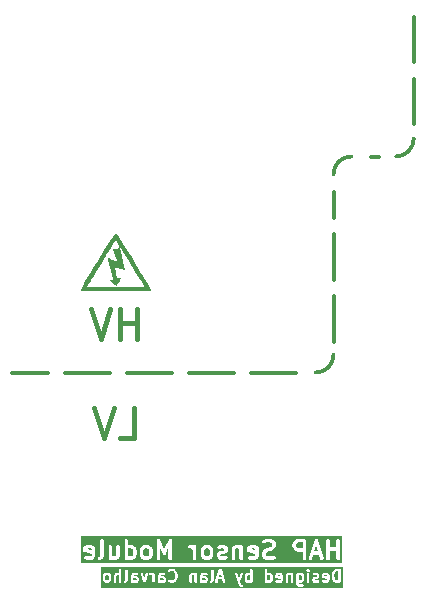
<source format=gbo>
G04 #@! TF.GenerationSoftware,KiCad,Pcbnew,7.0.8*
G04 #@! TF.CreationDate,2024-06-27T14:34:40-03:00*
G04 #@! TF.ProjectId,sensor_module,73656e73-6f72-45f6-9d6f-64756c652e6b,1.0*
G04 #@! TF.SameCoordinates,Original*
G04 #@! TF.FileFunction,Legend,Bot*
G04 #@! TF.FilePolarity,Positive*
%FSLAX46Y46*%
G04 Gerber Fmt 4.6, Leading zero omitted, Abs format (unit mm)*
G04 Created by KiCad (PCBNEW 7.0.8) date 2024-06-27 14:34:40*
%MOMM*%
%LPD*%
G01*
G04 APERTURE LIST*
G04 Aperture macros list*
%AMRoundRect*
0 Rectangle with rounded corners*
0 $1 Rounding radius*
0 $2 $3 $4 $5 $6 $7 $8 $9 X,Y pos of 4 corners*
0 Add a 4 corners polygon primitive as box body*
4,1,4,$2,$3,$4,$5,$6,$7,$8,$9,$2,$3,0*
0 Add four circle primitives for the rounded corners*
1,1,$1+$1,$2,$3*
1,1,$1+$1,$4,$5*
1,1,$1+$1,$6,$7*
1,1,$1+$1,$8,$9*
0 Add four rect primitives between the rounded corners*
20,1,$1+$1,$2,$3,$4,$5,0*
20,1,$1+$1,$4,$5,$6,$7,0*
20,1,$1+$1,$6,$7,$8,$9,0*
20,1,$1+$1,$8,$9,$2,$3,0*%
G04 Aperture macros list end*
%ADD10C,0.350000*%
%ADD11C,0.400000*%
%ADD12C,0.200000*%
%ADD13C,0.300000*%
%ADD14C,1.500000*%
%ADD15C,2.500000*%
%ADD16RoundRect,0.102000X-0.611000X-0.611000X0.611000X-0.611000X0.611000X0.611000X-0.611000X0.611000X0*%
%ADD17C,1.426000*%
%ADD18R,2.000000X2.000000*%
%ADD19C,2.000000*%
%ADD20R,2.000000X2.300000*%
%ADD21C,2.300000*%
%ADD22R,1.700000X1.700000*%
%ADD23O,1.700000X1.700000*%
%ADD24R,2.600000X2.600000*%
%ADD25C,2.600000*%
%ADD26R,1.800000X1.800000*%
%ADD27C,1.800000*%
%ADD28C,1.524800*%
%ADD29RoundRect,0.102000X-0.825500X0.825500X-0.825500X-0.825500X0.825500X-0.825500X0.825500X0.825500X0*%
%ADD30C,1.855000*%
%ADD31C,2.400000*%
%ADD32R,1.500000X1.500000*%
G04 APERTURE END LIST*
D10*
X135890000Y-101549200D02*
X132040000Y-101549200D01*
X130640000Y-101549200D02*
X126790000Y-101549200D01*
X125390000Y-101549200D02*
X121540000Y-101549200D01*
X120140000Y-101549200D02*
X116290000Y-101549200D01*
X114890000Y-101549200D02*
X111861600Y-101549200D01*
X142875000Y-83253632D02*
X142240000Y-83253632D01*
X145854369Y-80518000D02*
X145854369Y-76668000D01*
X145854369Y-75268000D02*
X145854369Y-71418000D01*
X144354369Y-83253569D02*
G75*
G03*
X145854369Y-81753632I-69J1500069D01*
G01*
X140565000Y-83253600D02*
G75*
G03*
X139065000Y-84753632I100J-1500100D01*
G01*
X139065000Y-98933000D02*
X139065000Y-95083000D01*
X139065000Y-93683000D02*
X139065000Y-89833000D01*
X139065000Y-88433000D02*
X139065000Y-86233000D01*
X137565000Y-101549200D02*
G75*
G03*
X139065000Y-100049200I-100J1500100D01*
G01*
D11*
X120947618Y-107053747D02*
X122138094Y-107053747D01*
X122138094Y-107053747D02*
X122138094Y-104553747D01*
X120471427Y-104553747D02*
X119638094Y-107053747D01*
X119638094Y-107053747D02*
X118804761Y-104553747D01*
X122435713Y-98671747D02*
X122435713Y-96171747D01*
X122435713Y-97362223D02*
X121007142Y-97362223D01*
X121007142Y-98671747D02*
X121007142Y-96171747D01*
X120173808Y-96171747D02*
X119340475Y-98671747D01*
X119340475Y-98671747D02*
X118507142Y-96171747D01*
D12*
G36*
X136334612Y-118710358D02*
G01*
X136359281Y-118735026D01*
X136389086Y-118794636D01*
X136389086Y-119033136D01*
X136359281Y-119092744D01*
X136334612Y-119117414D01*
X136275003Y-119147220D01*
X136131741Y-119147220D01*
X136112896Y-119137797D01*
X136112896Y-118689975D01*
X136131741Y-118680553D01*
X136275003Y-118680553D01*
X136334612Y-118710358D01*
G37*
G36*
X120001275Y-118710358D02*
G01*
X120025944Y-118735026D01*
X120055749Y-118794636D01*
X120055749Y-119033136D01*
X120025944Y-119092744D01*
X120001275Y-119117414D01*
X119941666Y-119147220D01*
X119846023Y-119147220D01*
X119786413Y-119117415D01*
X119761746Y-119092747D01*
X119731940Y-119033135D01*
X119731940Y-118794636D01*
X119761745Y-118735026D01*
X119786413Y-118710357D01*
X119846023Y-118680553D01*
X119941666Y-118680553D01*
X120001275Y-118710358D01*
G37*
G36*
X122366928Y-118988422D02*
G01*
X122389083Y-119032731D01*
X122389083Y-119080755D01*
X122366928Y-119125064D01*
X122322619Y-119147220D01*
X122131738Y-119147220D01*
X122112893Y-119137797D01*
X122112893Y-118966267D01*
X122322619Y-118966267D01*
X122366928Y-118988422D01*
G37*
G36*
X124652643Y-118988422D02*
G01*
X124674798Y-119032731D01*
X124674798Y-119080755D01*
X124652643Y-119125064D01*
X124608334Y-119147220D01*
X124417453Y-119147220D01*
X124398608Y-119137797D01*
X124398608Y-118966267D01*
X124608334Y-118966267D01*
X124652643Y-118988422D01*
G37*
G36*
X128224072Y-118988422D02*
G01*
X128246227Y-119032731D01*
X128246227Y-119080755D01*
X128224072Y-119125064D01*
X128179763Y-119147220D01*
X127988882Y-119147220D01*
X127970037Y-119137797D01*
X127970037Y-118966267D01*
X128179763Y-118966267D01*
X128224072Y-118988422D01*
G37*
G36*
X132008133Y-118689975D02*
G01*
X132008133Y-119137797D01*
X131989288Y-119147220D01*
X131846026Y-119147220D01*
X131786416Y-119117415D01*
X131761749Y-119092747D01*
X131731943Y-119033135D01*
X131731943Y-118794636D01*
X131761748Y-118735026D01*
X131786416Y-118710357D01*
X131846026Y-118680553D01*
X131989288Y-118680553D01*
X132008133Y-118689975D01*
G37*
G36*
X133667945Y-118710358D02*
G01*
X133692614Y-118735026D01*
X133722419Y-118794636D01*
X133722419Y-119033136D01*
X133692614Y-119092744D01*
X133667945Y-119117414D01*
X133608336Y-119147220D01*
X133465074Y-119147220D01*
X133446229Y-119137797D01*
X133446229Y-118689975D01*
X133465074Y-118680553D01*
X133608336Y-118680553D01*
X133667945Y-118710358D01*
G37*
G36*
X134557407Y-118702708D02*
G01*
X134579562Y-118747017D01*
X134579562Y-118791905D01*
X134308076Y-118737608D01*
X134325527Y-118702707D01*
X134369836Y-118680553D01*
X134513098Y-118680553D01*
X134557407Y-118702708D01*
G37*
G36*
X138509788Y-118702708D02*
G01*
X138531943Y-118747017D01*
X138531943Y-118791905D01*
X138260457Y-118737608D01*
X138277908Y-118702707D01*
X138322217Y-118680553D01*
X138465479Y-118680553D01*
X138509788Y-118702708D01*
G37*
G36*
X139484324Y-119147220D02*
G01*
X139362455Y-119147220D01*
X139257390Y-119112198D01*
X139190320Y-119045128D01*
X139154866Y-118974219D01*
X139112896Y-118806338D01*
X139112896Y-118688101D01*
X139154866Y-118520219D01*
X139190319Y-118449313D01*
X139257391Y-118382241D01*
X139362455Y-118347220D01*
X139484324Y-118347220D01*
X139484324Y-119147220D01*
G37*
G36*
X129588438Y-118861505D02*
G01*
X129389733Y-118861505D01*
X129489085Y-118563447D01*
X129588438Y-118861505D01*
G37*
G36*
X139827181Y-119823410D02*
G01*
X119389083Y-119823410D01*
X119389083Y-119056743D01*
X119531940Y-119056743D01*
X119539063Y-119078666D01*
X119542497Y-119101464D01*
X119590116Y-119196702D01*
X119601489Y-119208249D01*
X119608848Y-119222691D01*
X119656466Y-119270311D01*
X119670909Y-119277670D01*
X119682457Y-119289044D01*
X119777694Y-119336663D01*
X119800492Y-119340096D01*
X119822416Y-119347220D01*
X119965273Y-119347220D01*
X119987196Y-119340096D01*
X120009994Y-119336663D01*
X120105232Y-119289044D01*
X120116780Y-119277669D01*
X120131222Y-119270311D01*
X120154313Y-119247220D01*
X120484321Y-119247220D01*
X120503419Y-119305999D01*
X120553419Y-119342326D01*
X120615223Y-119342326D01*
X120665223Y-119305999D01*
X120684321Y-119247220D01*
X120684321Y-118747017D01*
X120706476Y-118702707D01*
X120750785Y-118680553D01*
X120846428Y-118680553D01*
X120906037Y-118710358D01*
X120912892Y-118717212D01*
X120912892Y-119247220D01*
X120931990Y-119305999D01*
X120981990Y-119342326D01*
X121043794Y-119342326D01*
X121093794Y-119305999D01*
X121108053Y-119262113D01*
X121294960Y-119262113D01*
X121322599Y-119317392D01*
X121377452Y-119345868D01*
X121438566Y-119336663D01*
X121533804Y-119289044D01*
X121534370Y-119288485D01*
X121535158Y-119288355D01*
X121556351Y-119266836D01*
X121576268Y-119247220D01*
X121912893Y-119247220D01*
X121931991Y-119305999D01*
X121981991Y-119342326D01*
X122043795Y-119342326D01*
X122056407Y-119333162D01*
X122063409Y-119336663D01*
X122086207Y-119340096D01*
X122108131Y-119347220D01*
X122346226Y-119347220D01*
X122368149Y-119340096D01*
X122390947Y-119336663D01*
X122486185Y-119289044D01*
X122486751Y-119288485D01*
X122487539Y-119288355D01*
X122508732Y-119266836D01*
X122530218Y-119245675D01*
X122530348Y-119244888D01*
X122530907Y-119244322D01*
X122578526Y-119149083D01*
X122581959Y-119126285D01*
X122589083Y-119104362D01*
X122589083Y-119009124D01*
X122581959Y-118987200D01*
X122578526Y-118964402D01*
X122530907Y-118869165D01*
X122530348Y-118868598D01*
X122530218Y-118867812D01*
X122508715Y-118846634D01*
X122487538Y-118825132D01*
X122486751Y-118825001D01*
X122486185Y-118824443D01*
X122390947Y-118776824D01*
X122368149Y-118773390D01*
X122346226Y-118766267D01*
X122131738Y-118766267D01*
X122112893Y-118756844D01*
X122112893Y-118747017D01*
X122135048Y-118702707D01*
X122179357Y-118680553D01*
X122322619Y-118680553D01*
X122396742Y-118717615D01*
X122457857Y-118726820D01*
X122512709Y-118698344D01*
X122540349Y-118643065D01*
X122530218Y-118582098D01*
X122500074Y-118552409D01*
X122726459Y-118552409D01*
X122728243Y-118614187D01*
X122966338Y-119280853D01*
X122983533Y-119303139D01*
X122999423Y-119326392D01*
X123002255Y-119327403D01*
X123004093Y-119329785D01*
X123031111Y-119337709D01*
X123057626Y-119347179D01*
X123060512Y-119346332D01*
X123063398Y-119347179D01*
X123089912Y-119337709D01*
X123116931Y-119329785D01*
X123118768Y-119327403D01*
X123121601Y-119326392D01*
X123137486Y-119303144D01*
X123154686Y-119280854D01*
X123392781Y-118614187D01*
X123392860Y-118611455D01*
X123441597Y-118611455D01*
X123477924Y-118661455D01*
X123536703Y-118680553D01*
X123608334Y-118680553D01*
X123667943Y-118710358D01*
X123692612Y-118735026D01*
X123722417Y-118794636D01*
X123722417Y-119247220D01*
X123741515Y-119305999D01*
X123791515Y-119342326D01*
X123853319Y-119342326D01*
X123903319Y-119305999D01*
X123922417Y-119247220D01*
X124198608Y-119247220D01*
X124217706Y-119305999D01*
X124267706Y-119342326D01*
X124329510Y-119342326D01*
X124342122Y-119333162D01*
X124349124Y-119336663D01*
X124371922Y-119340096D01*
X124393846Y-119347220D01*
X124631941Y-119347220D01*
X124653864Y-119340096D01*
X124676662Y-119336663D01*
X124771900Y-119289044D01*
X124772466Y-119288485D01*
X124773254Y-119288355D01*
X124794447Y-119266836D01*
X124815933Y-119245675D01*
X124816063Y-119244888D01*
X124816622Y-119244322D01*
X124854971Y-119167623D01*
X125056981Y-119167623D01*
X125085040Y-119222691D01*
X125132658Y-119270311D01*
X125153200Y-119280777D01*
X125171747Y-119294469D01*
X125314604Y-119342088D01*
X125330811Y-119342211D01*
X125346227Y-119347220D01*
X125441465Y-119347220D01*
X125456880Y-119342211D01*
X125473088Y-119342088D01*
X125615944Y-119294469D01*
X125634491Y-119280777D01*
X125655033Y-119270311D01*
X125678124Y-119247220D01*
X126865275Y-119247220D01*
X126884373Y-119305999D01*
X126934373Y-119342326D01*
X126996177Y-119342326D01*
X127046177Y-119305999D01*
X127065275Y-119247220D01*
X127065275Y-118747017D01*
X127087430Y-118702707D01*
X127131739Y-118680553D01*
X127227382Y-118680553D01*
X127286991Y-118710358D01*
X127293846Y-118717212D01*
X127293846Y-119247220D01*
X127312944Y-119305999D01*
X127362944Y-119342326D01*
X127424748Y-119342326D01*
X127474748Y-119305999D01*
X127493846Y-119247220D01*
X127770037Y-119247220D01*
X127789135Y-119305999D01*
X127839135Y-119342326D01*
X127900939Y-119342326D01*
X127913551Y-119333162D01*
X127920553Y-119336663D01*
X127943351Y-119340096D01*
X127965275Y-119347220D01*
X128203370Y-119347220D01*
X128225293Y-119340096D01*
X128248091Y-119336663D01*
X128343329Y-119289044D01*
X128343895Y-119288485D01*
X128344683Y-119288355D01*
X128365876Y-119266836D01*
X128370672Y-119262113D01*
X128580676Y-119262113D01*
X128608315Y-119317392D01*
X128663168Y-119345868D01*
X128724282Y-119336663D01*
X128819520Y-119289044D01*
X128820086Y-119288485D01*
X128820874Y-119288355D01*
X128831664Y-119277399D01*
X129060414Y-119277399D01*
X129096361Y-119327673D01*
X129154993Y-119347218D01*
X129213915Y-119328566D01*
X129250620Y-119278843D01*
X129323066Y-119061505D01*
X129655104Y-119061505D01*
X129727550Y-119278842D01*
X129764255Y-119328566D01*
X129823177Y-119347217D01*
X129881809Y-119327673D01*
X129917756Y-119277399D01*
X129917286Y-119215597D01*
X129696224Y-118552409D01*
X130726461Y-118552409D01*
X130728245Y-118614187D01*
X130966340Y-119280853D01*
X130967536Y-119282403D01*
X130967666Y-119284359D01*
X131062904Y-119522454D01*
X131075855Y-119537998D01*
X131085041Y-119556026D01*
X131132660Y-119603644D01*
X131147101Y-119611002D01*
X131158650Y-119622377D01*
X131253887Y-119669996D01*
X131315002Y-119679201D01*
X131369854Y-119650725D01*
X131397494Y-119595446D01*
X131387363Y-119534479D01*
X131343330Y-119491110D01*
X131262606Y-119450748D01*
X131240976Y-119429118D01*
X131225360Y-119390077D01*
X135912896Y-119390077D01*
X135920019Y-119412000D01*
X135923453Y-119434798D01*
X135971072Y-119530036D01*
X135982445Y-119541583D01*
X135989804Y-119556026D01*
X136037423Y-119603644D01*
X136051864Y-119611002D01*
X136063413Y-119622377D01*
X136158650Y-119669996D01*
X136181448Y-119673429D01*
X136203372Y-119680553D01*
X136346229Y-119680553D01*
X136368152Y-119673429D01*
X136390950Y-119669996D01*
X136486188Y-119622377D01*
X136530221Y-119579008D01*
X136540352Y-119518041D01*
X136512712Y-119462762D01*
X136457860Y-119434286D01*
X136396745Y-119443491D01*
X136322622Y-119480553D01*
X136226979Y-119480553D01*
X136167369Y-119450748D01*
X136142701Y-119426079D01*
X136112896Y-119366469D01*
X136112896Y-119347220D01*
X136298610Y-119347220D01*
X136320533Y-119340096D01*
X136343331Y-119336663D01*
X136438569Y-119289044D01*
X136450117Y-119277669D01*
X136464559Y-119270311D01*
X136487650Y-119247220D01*
X136817657Y-119247220D01*
X136836755Y-119305999D01*
X136886755Y-119342326D01*
X136948559Y-119342326D01*
X136998559Y-119305999D01*
X137017657Y-119247220D01*
X137017657Y-119104362D01*
X137246229Y-119104362D01*
X137253352Y-119126285D01*
X137256786Y-119149083D01*
X137304405Y-119244322D01*
X137304963Y-119244888D01*
X137305094Y-119245675D01*
X137326579Y-119266836D01*
X137347773Y-119288355D01*
X137348560Y-119288485D01*
X137349127Y-119289044D01*
X137444364Y-119336663D01*
X137467162Y-119340096D01*
X137489086Y-119347220D01*
X137679562Y-119347220D01*
X137701485Y-119340096D01*
X137724283Y-119336663D01*
X137819521Y-119289044D01*
X137863554Y-119245675D01*
X137873685Y-119184708D01*
X137846045Y-119129429D01*
X137791193Y-119100953D01*
X137730078Y-119110158D01*
X137655955Y-119147220D01*
X137512693Y-119147220D01*
X137468383Y-119125065D01*
X137446229Y-119080755D01*
X137446229Y-119080350D01*
X137468384Y-119036040D01*
X137512693Y-119013886D01*
X137631943Y-119013886D01*
X137653866Y-119006762D01*
X137676664Y-119003329D01*
X137771902Y-118955710D01*
X137772468Y-118955151D01*
X137773255Y-118955021D01*
X137794432Y-118933518D01*
X137815935Y-118912341D01*
X137816065Y-118911554D01*
X137816624Y-118910988D01*
X137862794Y-118818648D01*
X138055753Y-118818648D01*
X138057616Y-118824384D01*
X138056434Y-118830298D01*
X138067019Y-118853323D01*
X138074851Y-118877427D01*
X138079730Y-118880971D01*
X138082249Y-118886451D01*
X138104345Y-118898856D01*
X138124851Y-118913754D01*
X138130883Y-118913754D01*
X138136141Y-118916706D01*
X138531943Y-118995866D01*
X138531943Y-119080755D01*
X138509788Y-119125064D01*
X138465479Y-119147220D01*
X138322217Y-119147220D01*
X138248093Y-119110158D01*
X138186979Y-119100953D01*
X138132126Y-119129429D01*
X138104487Y-119184708D01*
X138114618Y-119245675D01*
X138158651Y-119289044D01*
X138253888Y-119336663D01*
X138276686Y-119340096D01*
X138298610Y-119347220D01*
X138489086Y-119347220D01*
X138511009Y-119340096D01*
X138533807Y-119336663D01*
X138629045Y-119289044D01*
X138629611Y-119288485D01*
X138630399Y-119288355D01*
X138651592Y-119266836D01*
X138673078Y-119245675D01*
X138673208Y-119244888D01*
X138673767Y-119244322D01*
X138721386Y-119149083D01*
X138724819Y-119126285D01*
X138731943Y-119104362D01*
X138731943Y-118818648D01*
X138912896Y-118818648D01*
X138916742Y-118830485D01*
X138915882Y-118842902D01*
X138963501Y-119033377D01*
X138969411Y-119042823D01*
X138971072Y-119053845D01*
X139018691Y-119149083D01*
X139030065Y-119160631D01*
X139037423Y-119175072D01*
X139132661Y-119270312D01*
X139153205Y-119280780D01*
X139171749Y-119294469D01*
X139314606Y-119342088D01*
X139330813Y-119342211D01*
X139346229Y-119347220D01*
X139584324Y-119347220D01*
X139599387Y-119342326D01*
X139615226Y-119342326D01*
X139628039Y-119333016D01*
X139643103Y-119328122D01*
X139652412Y-119315308D01*
X139665226Y-119305999D01*
X139670120Y-119290935D01*
X139679430Y-119278122D01*
X139679430Y-119262282D01*
X139684324Y-119247220D01*
X139684324Y-118247220D01*
X139679430Y-118232157D01*
X139679430Y-118216318D01*
X139670120Y-118203504D01*
X139665226Y-118188441D01*
X139652412Y-118179131D01*
X139643103Y-118166318D01*
X139628039Y-118161423D01*
X139615226Y-118152114D01*
X139599387Y-118152114D01*
X139584324Y-118147220D01*
X139346229Y-118147220D01*
X139330813Y-118152228D01*
X139314606Y-118152352D01*
X139171749Y-118199971D01*
X139153202Y-118213661D01*
X139132661Y-118224128D01*
X139037423Y-118319366D01*
X139030064Y-118333808D01*
X139018691Y-118345356D01*
X138971072Y-118440594D01*
X138969411Y-118451615D01*
X138963501Y-118461062D01*
X138915882Y-118651537D01*
X138916742Y-118663953D01*
X138912896Y-118675791D01*
X138912896Y-118818648D01*
X138731943Y-118818648D01*
X138731943Y-118723410D01*
X138724819Y-118701486D01*
X138721386Y-118678688D01*
X138673767Y-118583451D01*
X138673208Y-118582884D01*
X138673078Y-118582098D01*
X138651575Y-118560920D01*
X138630398Y-118539418D01*
X138629611Y-118539287D01*
X138629045Y-118538729D01*
X138533807Y-118491110D01*
X138511009Y-118487676D01*
X138489086Y-118480553D01*
X138298610Y-118480553D01*
X138276686Y-118487676D01*
X138253888Y-118491110D01*
X138158651Y-118538729D01*
X138158084Y-118539287D01*
X138157298Y-118539418D01*
X138136120Y-118560920D01*
X138114618Y-118582098D01*
X138114487Y-118582884D01*
X138113929Y-118583451D01*
X138066310Y-118678689D01*
X138062876Y-118701486D01*
X138055753Y-118723410D01*
X138055753Y-118818648D01*
X137862794Y-118818648D01*
X137864243Y-118815751D01*
X137867676Y-118792952D01*
X137874800Y-118771029D01*
X137874800Y-118723410D01*
X137867676Y-118701486D01*
X137864243Y-118678688D01*
X137816624Y-118583451D01*
X137816065Y-118582884D01*
X137815935Y-118582098D01*
X137794432Y-118560920D01*
X137773255Y-118539418D01*
X137772468Y-118539287D01*
X137771902Y-118538729D01*
X137676664Y-118491110D01*
X137653866Y-118487676D01*
X137631943Y-118480553D01*
X137489086Y-118480553D01*
X137467162Y-118487676D01*
X137444364Y-118491110D01*
X137349127Y-118538729D01*
X137305094Y-118582098D01*
X137294963Y-118643065D01*
X137322602Y-118698344D01*
X137377455Y-118726820D01*
X137438569Y-118717615D01*
X137512693Y-118680553D01*
X137608336Y-118680553D01*
X137652645Y-118702708D01*
X137674800Y-118747017D01*
X137674800Y-118747422D01*
X137652645Y-118791730D01*
X137608336Y-118813886D01*
X137489086Y-118813886D01*
X137467162Y-118821009D01*
X137444364Y-118824443D01*
X137349127Y-118872062D01*
X137348560Y-118872620D01*
X137347774Y-118872751D01*
X137326596Y-118894253D01*
X137305094Y-118915431D01*
X137304963Y-118916217D01*
X137304405Y-118916784D01*
X137256786Y-119012022D01*
X137253352Y-119034819D01*
X137246229Y-119056743D01*
X137246229Y-119104362D01*
X137017657Y-119104362D01*
X137017657Y-118580553D01*
X136998559Y-118521774D01*
X136948559Y-118485447D01*
X136886755Y-118485447D01*
X136836755Y-118521774D01*
X136817657Y-118580553D01*
X136817657Y-119247220D01*
X136487650Y-119247220D01*
X136512178Y-119222691D01*
X136519535Y-119208250D01*
X136530910Y-119196702D01*
X136578529Y-119101465D01*
X136581962Y-119078666D01*
X136589086Y-119056743D01*
X136589086Y-118771029D01*
X136581962Y-118749105D01*
X136578529Y-118726307D01*
X136530910Y-118631070D01*
X136519535Y-118619521D01*
X136512177Y-118605080D01*
X136464559Y-118557461D01*
X136450116Y-118550102D01*
X136438569Y-118538729D01*
X136343331Y-118491110D01*
X136320533Y-118487676D01*
X136298610Y-118480553D01*
X136108134Y-118480553D01*
X136086210Y-118487676D01*
X136063412Y-118491110D01*
X136056410Y-118494610D01*
X136043798Y-118485447D01*
X135981994Y-118485447D01*
X135931994Y-118521774D01*
X135912896Y-118580553D01*
X135912896Y-119390077D01*
X131225360Y-119390077D01*
X131167415Y-119245215D01*
X131234727Y-119056743D01*
X131531943Y-119056743D01*
X131539066Y-119078666D01*
X131542500Y-119101464D01*
X131590119Y-119196702D01*
X131601492Y-119208249D01*
X131608851Y-119222691D01*
X131656469Y-119270311D01*
X131670912Y-119277670D01*
X131682460Y-119289044D01*
X131777697Y-119336663D01*
X131800495Y-119340096D01*
X131822419Y-119347220D01*
X132012895Y-119347220D01*
X132034818Y-119340096D01*
X132057616Y-119336663D01*
X132064617Y-119333162D01*
X132077231Y-119342326D01*
X132139035Y-119342326D01*
X132189035Y-119305999D01*
X132208133Y-119247220D01*
X133246229Y-119247220D01*
X133265327Y-119305999D01*
X133315327Y-119342326D01*
X133377131Y-119342326D01*
X133389743Y-119333162D01*
X133396745Y-119336663D01*
X133419543Y-119340096D01*
X133441467Y-119347220D01*
X133631943Y-119347220D01*
X133653866Y-119340096D01*
X133676664Y-119336663D01*
X133771902Y-119289044D01*
X133783450Y-119277669D01*
X133797892Y-119270311D01*
X133845511Y-119222691D01*
X133852868Y-119208250D01*
X133864243Y-119196702D01*
X133911862Y-119101465D01*
X133915295Y-119078666D01*
X133922419Y-119056743D01*
X133922419Y-118818648D01*
X134103372Y-118818648D01*
X134105235Y-118824384D01*
X134104053Y-118830298D01*
X134114638Y-118853323D01*
X134122470Y-118877427D01*
X134127349Y-118880971D01*
X134129868Y-118886451D01*
X134151964Y-118898856D01*
X134172470Y-118913754D01*
X134178502Y-118913754D01*
X134183760Y-118916706D01*
X134579562Y-118995866D01*
X134579562Y-119080755D01*
X134557407Y-119125064D01*
X134513098Y-119147220D01*
X134369836Y-119147220D01*
X134295712Y-119110158D01*
X134234598Y-119100953D01*
X134179745Y-119129429D01*
X134152106Y-119184708D01*
X134162237Y-119245675D01*
X134206270Y-119289044D01*
X134301507Y-119336663D01*
X134324305Y-119340096D01*
X134346229Y-119347220D01*
X134536705Y-119347220D01*
X134558628Y-119340096D01*
X134581426Y-119336663D01*
X134676664Y-119289044D01*
X134677230Y-119288485D01*
X134678018Y-119288355D01*
X134699211Y-119266836D01*
X134719128Y-119247220D01*
X135008134Y-119247220D01*
X135027232Y-119305999D01*
X135077232Y-119342326D01*
X135139036Y-119342326D01*
X135189036Y-119305999D01*
X135208134Y-119247220D01*
X135208134Y-118747017D01*
X135230289Y-118702707D01*
X135274598Y-118680553D01*
X135370241Y-118680553D01*
X135429850Y-118710358D01*
X135436705Y-118717212D01*
X135436705Y-119247220D01*
X135455803Y-119305999D01*
X135505803Y-119342326D01*
X135567607Y-119342326D01*
X135617607Y-119305999D01*
X135636705Y-119247220D01*
X135636705Y-118580553D01*
X135617607Y-118521774D01*
X135567607Y-118485447D01*
X135505803Y-118485447D01*
X135473777Y-118508714D01*
X135438569Y-118491110D01*
X135415771Y-118487676D01*
X135393848Y-118480553D01*
X135250991Y-118480553D01*
X135229067Y-118487676D01*
X135206269Y-118491110D01*
X135111032Y-118538729D01*
X135110465Y-118539287D01*
X135109679Y-118539418D01*
X135088501Y-118560920D01*
X135066999Y-118582098D01*
X135066868Y-118582884D01*
X135066310Y-118583451D01*
X135018691Y-118678689D01*
X135015257Y-118701486D01*
X135008134Y-118723410D01*
X135008134Y-119247220D01*
X134719128Y-119247220D01*
X134720697Y-119245675D01*
X134720827Y-119244888D01*
X134721386Y-119244322D01*
X134769005Y-119149083D01*
X134772438Y-119126285D01*
X134779562Y-119104362D01*
X134779562Y-118723410D01*
X134772438Y-118701486D01*
X134769005Y-118678688D01*
X134721386Y-118583451D01*
X134720827Y-118582884D01*
X134720697Y-118582098D01*
X134699194Y-118560920D01*
X134678017Y-118539418D01*
X134677230Y-118539287D01*
X134676664Y-118538729D01*
X134581426Y-118491110D01*
X134558628Y-118487676D01*
X134536705Y-118480553D01*
X134346229Y-118480553D01*
X134324305Y-118487676D01*
X134301507Y-118491110D01*
X134206270Y-118538729D01*
X134205703Y-118539287D01*
X134204917Y-118539418D01*
X134183739Y-118560920D01*
X134162237Y-118582098D01*
X134162106Y-118582884D01*
X134161548Y-118583451D01*
X134113929Y-118678689D01*
X134110495Y-118701486D01*
X134103372Y-118723410D01*
X134103372Y-118818648D01*
X133922419Y-118818648D01*
X133922419Y-118771029D01*
X133915295Y-118749105D01*
X133911862Y-118726307D01*
X133864243Y-118631070D01*
X133852868Y-118619521D01*
X133845510Y-118605080D01*
X133797892Y-118557461D01*
X133783449Y-118550102D01*
X133771902Y-118538729D01*
X133676664Y-118491110D01*
X133653866Y-118487676D01*
X133631943Y-118480553D01*
X133446229Y-118480553D01*
X133446229Y-118310482D01*
X136771269Y-118310482D01*
X136778459Y-118324593D01*
X136780937Y-118340238D01*
X136792136Y-118351437D01*
X136799327Y-118365550D01*
X136846946Y-118413168D01*
X136861057Y-118420358D01*
X136872258Y-118431559D01*
X136880227Y-118432821D01*
X136886755Y-118437564D01*
X136894824Y-118437564D01*
X136902013Y-118441227D01*
X136917656Y-118438749D01*
X136933300Y-118441227D01*
X136940489Y-118437564D01*
X136948559Y-118437564D01*
X136955087Y-118432821D01*
X136963056Y-118431559D01*
X136974255Y-118420359D01*
X136988368Y-118413169D01*
X137035986Y-118365550D01*
X137043176Y-118351438D01*
X137054377Y-118340238D01*
X137056854Y-118324594D01*
X137064045Y-118310483D01*
X137061567Y-118294839D01*
X137064045Y-118279195D01*
X137056854Y-118265083D01*
X137054377Y-118249440D01*
X137043176Y-118238239D01*
X137035986Y-118224128D01*
X136988368Y-118176509D01*
X136974255Y-118169318D01*
X136963056Y-118158119D01*
X136955087Y-118156856D01*
X136948559Y-118152114D01*
X136940489Y-118152114D01*
X136933300Y-118148451D01*
X136917656Y-118150928D01*
X136902013Y-118148451D01*
X136894824Y-118152114D01*
X136886755Y-118152114D01*
X136880227Y-118156856D01*
X136872258Y-118158119D01*
X136861057Y-118169319D01*
X136846946Y-118176510D01*
X136799327Y-118224128D01*
X136792136Y-118238240D01*
X136780937Y-118249440D01*
X136778459Y-118265084D01*
X136771269Y-118279196D01*
X136773746Y-118294839D01*
X136771269Y-118310482D01*
X133446229Y-118310482D01*
X133446229Y-118247220D01*
X133427131Y-118188441D01*
X133377131Y-118152114D01*
X133315327Y-118152114D01*
X133265327Y-118188441D01*
X133246229Y-118247220D01*
X133246229Y-119247220D01*
X132208133Y-119247220D01*
X132208133Y-118247220D01*
X132189035Y-118188441D01*
X132139035Y-118152114D01*
X132077231Y-118152114D01*
X132027231Y-118188441D01*
X132008133Y-118247220D01*
X132008133Y-118480553D01*
X131822419Y-118480553D01*
X131800495Y-118487676D01*
X131777697Y-118491110D01*
X131682460Y-118538729D01*
X131670911Y-118550103D01*
X131656470Y-118557462D01*
X131608851Y-118605080D01*
X131601492Y-118619522D01*
X131590119Y-118631070D01*
X131542500Y-118726308D01*
X131539066Y-118749105D01*
X131531943Y-118771029D01*
X131531943Y-119056743D01*
X131234727Y-119056743D01*
X131392783Y-118614187D01*
X131394567Y-118552409D01*
X131359698Y-118501381D01*
X131301495Y-118480594D01*
X131242190Y-118497988D01*
X131204435Y-118546920D01*
X131060514Y-118949898D01*
X130916593Y-118546919D01*
X130878838Y-118497988D01*
X130819533Y-118480594D01*
X130761330Y-118501381D01*
X130726461Y-118552409D01*
X129696224Y-118552409D01*
X129583953Y-118215597D01*
X129566030Y-118191318D01*
X129548476Y-118166767D01*
X129547721Y-118166515D01*
X129547248Y-118165874D01*
X129518422Y-118156749D01*
X129489844Y-118147223D01*
X129489086Y-118147462D01*
X129488326Y-118147222D01*
X129459687Y-118156768D01*
X129430922Y-118165874D01*
X129430448Y-118166515D01*
X129429694Y-118166767D01*
X129412127Y-118191334D01*
X129394217Y-118215598D01*
X129060884Y-119215597D01*
X129060414Y-119277399D01*
X128831664Y-119277399D01*
X128842067Y-119266836D01*
X128863553Y-119245675D01*
X128863683Y-119244888D01*
X128864242Y-119244322D01*
X128911861Y-119149083D01*
X128915294Y-119126285D01*
X128922418Y-119104362D01*
X128922418Y-118247220D01*
X128903320Y-118188441D01*
X128853320Y-118152114D01*
X128791516Y-118152114D01*
X128741516Y-118188441D01*
X128722418Y-118247220D01*
X128722418Y-119080755D01*
X128700263Y-119125064D01*
X128634840Y-119157777D01*
X128590807Y-119201146D01*
X128580676Y-119262113D01*
X128370672Y-119262113D01*
X128387362Y-119245675D01*
X128387492Y-119244888D01*
X128388051Y-119244322D01*
X128435670Y-119149083D01*
X128439103Y-119126285D01*
X128446227Y-119104362D01*
X128446227Y-119009124D01*
X128439103Y-118987200D01*
X128435670Y-118964402D01*
X128388051Y-118869165D01*
X128387492Y-118868598D01*
X128387362Y-118867812D01*
X128365859Y-118846634D01*
X128344682Y-118825132D01*
X128343895Y-118825001D01*
X128343329Y-118824443D01*
X128248091Y-118776824D01*
X128225293Y-118773390D01*
X128203370Y-118766267D01*
X127988882Y-118766267D01*
X127970037Y-118756844D01*
X127970037Y-118747017D01*
X127992192Y-118702707D01*
X128036501Y-118680553D01*
X128179763Y-118680553D01*
X128253886Y-118717615D01*
X128315001Y-118726820D01*
X128369853Y-118698344D01*
X128397493Y-118643065D01*
X128387362Y-118582098D01*
X128343329Y-118538729D01*
X128248091Y-118491110D01*
X128225293Y-118487676D01*
X128203370Y-118480553D01*
X128012894Y-118480553D01*
X127990970Y-118487676D01*
X127968172Y-118491110D01*
X127872935Y-118538729D01*
X127872368Y-118539287D01*
X127871582Y-118539418D01*
X127850404Y-118560920D01*
X127828902Y-118582098D01*
X127828771Y-118582884D01*
X127828213Y-118583451D01*
X127780594Y-118678689D01*
X127777160Y-118701486D01*
X127770037Y-118723410D01*
X127770037Y-119247220D01*
X127493846Y-119247220D01*
X127493846Y-118580553D01*
X127474748Y-118521774D01*
X127424748Y-118485447D01*
X127362944Y-118485447D01*
X127330918Y-118508714D01*
X127295710Y-118491110D01*
X127272912Y-118487676D01*
X127250989Y-118480553D01*
X127108132Y-118480553D01*
X127086208Y-118487676D01*
X127063410Y-118491110D01*
X126968173Y-118538729D01*
X126967606Y-118539287D01*
X126966820Y-118539418D01*
X126945642Y-118560920D01*
X126924140Y-118582098D01*
X126924009Y-118582884D01*
X126923451Y-118583451D01*
X126875832Y-118678689D01*
X126872398Y-118701486D01*
X126865275Y-118723410D01*
X126865275Y-119247220D01*
X125678124Y-119247220D01*
X125750271Y-119175072D01*
X125757629Y-119160630D01*
X125769003Y-119149083D01*
X125816622Y-119053846D01*
X125818282Y-119042824D01*
X125824193Y-119033378D01*
X125871812Y-118842902D01*
X125870951Y-118830485D01*
X125874798Y-118818648D01*
X125874798Y-118675791D01*
X125870951Y-118663953D01*
X125871812Y-118651537D01*
X125824193Y-118461061D01*
X125818282Y-118451614D01*
X125816622Y-118440593D01*
X125769003Y-118345356D01*
X125757629Y-118333808D01*
X125750271Y-118319366D01*
X125655033Y-118224128D01*
X125634489Y-118213660D01*
X125615944Y-118199971D01*
X125473088Y-118152352D01*
X125456880Y-118152228D01*
X125441465Y-118147220D01*
X125346227Y-118147220D01*
X125330811Y-118152228D01*
X125314604Y-118152352D01*
X125171747Y-118199971D01*
X125153198Y-118213663D01*
X125132659Y-118224129D01*
X125085040Y-118271747D01*
X125056982Y-118326815D01*
X125066650Y-118387857D01*
X125110352Y-118431559D01*
X125171394Y-118441227D01*
X125226462Y-118413169D01*
X125257388Y-118382241D01*
X125362453Y-118347220D01*
X125425238Y-118347220D01*
X125530302Y-118382241D01*
X125597375Y-118449314D01*
X125632827Y-118520219D01*
X125674798Y-118688100D01*
X125674798Y-118806338D01*
X125632827Y-118974219D01*
X125597374Y-119045125D01*
X125530303Y-119112198D01*
X125425238Y-119147220D01*
X125362453Y-119147220D01*
X125257388Y-119112198D01*
X125226462Y-119081271D01*
X125171395Y-119053212D01*
X125110353Y-119062879D01*
X125066650Y-119106581D01*
X125056981Y-119167623D01*
X124854971Y-119167623D01*
X124864241Y-119149083D01*
X124867674Y-119126285D01*
X124874798Y-119104362D01*
X124874798Y-119009124D01*
X124867674Y-118987200D01*
X124864241Y-118964402D01*
X124816622Y-118869165D01*
X124816063Y-118868598D01*
X124815933Y-118867812D01*
X124794430Y-118846634D01*
X124773253Y-118825132D01*
X124772466Y-118825001D01*
X124771900Y-118824443D01*
X124676662Y-118776824D01*
X124653864Y-118773390D01*
X124631941Y-118766267D01*
X124417453Y-118766267D01*
X124398608Y-118756844D01*
X124398608Y-118747017D01*
X124420763Y-118702707D01*
X124465072Y-118680553D01*
X124608334Y-118680553D01*
X124682457Y-118717615D01*
X124743572Y-118726820D01*
X124798424Y-118698344D01*
X124826064Y-118643065D01*
X124815933Y-118582098D01*
X124771900Y-118538729D01*
X124676662Y-118491110D01*
X124653864Y-118487676D01*
X124631941Y-118480553D01*
X124441465Y-118480553D01*
X124419541Y-118487676D01*
X124396743Y-118491110D01*
X124301506Y-118538729D01*
X124300939Y-118539287D01*
X124300153Y-118539418D01*
X124278975Y-118560920D01*
X124257473Y-118582098D01*
X124257342Y-118582884D01*
X124256784Y-118583451D01*
X124209165Y-118678689D01*
X124205731Y-118701486D01*
X124198608Y-118723410D01*
X124198608Y-119247220D01*
X123922417Y-119247220D01*
X123922417Y-118580553D01*
X123903319Y-118521774D01*
X123853319Y-118485447D01*
X123791515Y-118485447D01*
X123741515Y-118521774D01*
X123741022Y-118523290D01*
X123676662Y-118491110D01*
X123653864Y-118487676D01*
X123631941Y-118480553D01*
X123536703Y-118480553D01*
X123477924Y-118499651D01*
X123441597Y-118549651D01*
X123441597Y-118611455D01*
X123392860Y-118611455D01*
X123394565Y-118552409D01*
X123359696Y-118501381D01*
X123301493Y-118480594D01*
X123242188Y-118497988D01*
X123204433Y-118546920D01*
X123060512Y-118949898D01*
X122916591Y-118546919D01*
X122878836Y-118497988D01*
X122819531Y-118480594D01*
X122761328Y-118501381D01*
X122726459Y-118552409D01*
X122500074Y-118552409D01*
X122486185Y-118538729D01*
X122390947Y-118491110D01*
X122368149Y-118487676D01*
X122346226Y-118480553D01*
X122155750Y-118480553D01*
X122133826Y-118487676D01*
X122111028Y-118491110D01*
X122015791Y-118538729D01*
X122015224Y-118539287D01*
X122014438Y-118539418D01*
X121993260Y-118560920D01*
X121971758Y-118582098D01*
X121971627Y-118582884D01*
X121971069Y-118583451D01*
X121923450Y-118678689D01*
X121920016Y-118701486D01*
X121912893Y-118723410D01*
X121912893Y-119247220D01*
X121576268Y-119247220D01*
X121577837Y-119245675D01*
X121577967Y-119244888D01*
X121578526Y-119244322D01*
X121626145Y-119149083D01*
X121629578Y-119126285D01*
X121636702Y-119104362D01*
X121636702Y-118247220D01*
X121617604Y-118188441D01*
X121567604Y-118152114D01*
X121505800Y-118152114D01*
X121455800Y-118188441D01*
X121436702Y-118247220D01*
X121436702Y-119080755D01*
X121414547Y-119125064D01*
X121349124Y-119157777D01*
X121305091Y-119201146D01*
X121294960Y-119262113D01*
X121108053Y-119262113D01*
X121112892Y-119247220D01*
X121112892Y-118247220D01*
X121093794Y-118188441D01*
X121043794Y-118152114D01*
X120981990Y-118152114D01*
X120931990Y-118188441D01*
X120912892Y-118247220D01*
X120912892Y-118490829D01*
X120891958Y-118487676D01*
X120870035Y-118480553D01*
X120727178Y-118480553D01*
X120705254Y-118487676D01*
X120682456Y-118491110D01*
X120587219Y-118538729D01*
X120586652Y-118539287D01*
X120585866Y-118539418D01*
X120564688Y-118560920D01*
X120543186Y-118582098D01*
X120543055Y-118582884D01*
X120542497Y-118583451D01*
X120494878Y-118678689D01*
X120491444Y-118701486D01*
X120484321Y-118723410D01*
X120484321Y-119247220D01*
X120154313Y-119247220D01*
X120178841Y-119222691D01*
X120186198Y-119208250D01*
X120197573Y-119196702D01*
X120245192Y-119101465D01*
X120248625Y-119078666D01*
X120255749Y-119056743D01*
X120255749Y-118771029D01*
X120248625Y-118749105D01*
X120245192Y-118726307D01*
X120197573Y-118631070D01*
X120186198Y-118619521D01*
X120178840Y-118605080D01*
X120131222Y-118557461D01*
X120116779Y-118550102D01*
X120105232Y-118538729D01*
X120009994Y-118491110D01*
X119987196Y-118487676D01*
X119965273Y-118480553D01*
X119822416Y-118480553D01*
X119800492Y-118487676D01*
X119777694Y-118491110D01*
X119682457Y-118538729D01*
X119670908Y-118550103D01*
X119656467Y-118557462D01*
X119608848Y-118605080D01*
X119601489Y-118619522D01*
X119590116Y-118631070D01*
X119542497Y-118726308D01*
X119539063Y-118749105D01*
X119531940Y-118771029D01*
X119531940Y-119056743D01*
X119389083Y-119056743D01*
X119389083Y-118004363D01*
X139827181Y-118004363D01*
X139827181Y-119823410D01*
G37*
D13*
G36*
X118559053Y-116447560D02*
G01*
X118592285Y-116514023D01*
X118592285Y-116581357D01*
X118185055Y-116499911D01*
X118211231Y-116447560D01*
X118277695Y-116414328D01*
X118492590Y-116414328D01*
X118559053Y-116447560D01*
G37*
G36*
X122010575Y-116459035D02*
G01*
X122047579Y-116496039D01*
X122092285Y-116585451D01*
X122092285Y-116943204D01*
X122047578Y-117032617D01*
X122010573Y-117069622D01*
X121921161Y-117114328D01*
X121706267Y-117114328D01*
X121678000Y-117100194D01*
X121678000Y-116428461D01*
X121706267Y-116414328D01*
X121921161Y-116414328D01*
X122010575Y-116459035D01*
G37*
G36*
X123367718Y-116459035D02*
G01*
X123404722Y-116496039D01*
X123449428Y-116585451D01*
X123449428Y-116943204D01*
X123404721Y-117032617D01*
X123367716Y-117069622D01*
X123278304Y-117114328D01*
X123134838Y-117114328D01*
X123045425Y-117069622D01*
X123008421Y-117032618D01*
X122963714Y-116943203D01*
X122963714Y-116585452D01*
X123008421Y-116496038D01*
X123045425Y-116459034D01*
X123134838Y-116414328D01*
X123278304Y-116414328D01*
X123367718Y-116459035D01*
G37*
G36*
X128510575Y-116459035D02*
G01*
X128547579Y-116496039D01*
X128592285Y-116585451D01*
X128592285Y-116943204D01*
X128547578Y-117032617D01*
X128510573Y-117069622D01*
X128421161Y-117114328D01*
X128277695Y-117114328D01*
X128188282Y-117069622D01*
X128151278Y-117032618D01*
X128106571Y-116943203D01*
X128106571Y-116585452D01*
X128151278Y-116496038D01*
X128188282Y-116459034D01*
X128277695Y-116414328D01*
X128421161Y-116414328D01*
X128510575Y-116459035D01*
G37*
G36*
X132416196Y-116447560D02*
G01*
X132449428Y-116514023D01*
X132449428Y-116581357D01*
X132042198Y-116499911D01*
X132068374Y-116447560D01*
X132134838Y-116414328D01*
X132349733Y-116414328D01*
X132416196Y-116447560D01*
G37*
G36*
X136449428Y-116400042D02*
G01*
X136063409Y-116400042D01*
X135973995Y-116355335D01*
X135936990Y-116318330D01*
X135892285Y-116228918D01*
X135892285Y-116085451D01*
X135936990Y-115996040D01*
X135973995Y-115959035D01*
X136063409Y-115914328D01*
X136449428Y-115914328D01*
X136449428Y-116400042D01*
G37*
G36*
X137748457Y-116685757D02*
G01*
X137450398Y-116685757D01*
X137599427Y-116238669D01*
X137748457Y-116685757D01*
G37*
G36*
X139820857Y-117628614D02*
G01*
X117663714Y-117628614D01*
X117663714Y-116621471D01*
X117878000Y-116621471D01*
X117884334Y-116645113D01*
X117885910Y-116669538D01*
X117894218Y-116682001D01*
X117898096Y-116696471D01*
X117915402Y-116713777D01*
X117928980Y-116734144D01*
X117942408Y-116740783D01*
X117953000Y-116751375D01*
X117976642Y-116757709D01*
X117998583Y-116768558D01*
X118592285Y-116887298D01*
X118592285Y-117014632D01*
X118559053Y-117081096D01*
X118492590Y-117114328D01*
X118277695Y-117114328D01*
X118166510Y-117058736D01*
X118090440Y-117043169D01*
X118016779Y-117067723D01*
X117965264Y-117125818D01*
X117949697Y-117201888D01*
X117974251Y-117275549D01*
X118032346Y-117327064D01*
X118175204Y-117398492D01*
X118208979Y-117405403D01*
X118242285Y-117414328D01*
X118528000Y-117414328D01*
X118561303Y-117405404D01*
X118595082Y-117398492D01*
X118737939Y-117327064D01*
X118744803Y-117320976D01*
X118753506Y-117318076D01*
X118773489Y-117295540D01*
X118796034Y-117275549D01*
X118798935Y-117266843D01*
X118805021Y-117259981D01*
X118807342Y-117255340D01*
X119092554Y-117255340D01*
X119108121Y-117331410D01*
X119159636Y-117389505D01*
X119233297Y-117414059D01*
X119309367Y-117398492D01*
X119452224Y-117327064D01*
X119459086Y-117320978D01*
X119467791Y-117318077D01*
X119487778Y-117295536D01*
X119510319Y-117275549D01*
X119513220Y-117266844D01*
X119515451Y-117264328D01*
X120020857Y-117264328D01*
X120040953Y-117339328D01*
X120095857Y-117394232D01*
X120170857Y-117414328D01*
X120245857Y-117394232D01*
X120267084Y-117373004D01*
X120318061Y-117398492D01*
X120351836Y-117405403D01*
X120385142Y-117414328D01*
X120599428Y-117414328D01*
X120632731Y-117405404D01*
X120666510Y-117398492D01*
X120809367Y-117327064D01*
X120816229Y-117320978D01*
X120824934Y-117318077D01*
X120844921Y-117295536D01*
X120867462Y-117275549D01*
X120870363Y-117266844D01*
X120872594Y-117264328D01*
X121378000Y-117264328D01*
X121398096Y-117339328D01*
X121453000Y-117394232D01*
X121528000Y-117414328D01*
X121597957Y-117395583D01*
X121603776Y-117398492D01*
X121637551Y-117405403D01*
X121670857Y-117414328D01*
X121956571Y-117414328D01*
X121989874Y-117405404D01*
X122023653Y-117398492D01*
X122166510Y-117327064D01*
X122184579Y-117311040D01*
X122205494Y-117298966D01*
X122276923Y-117227537D01*
X122288997Y-117206622D01*
X122305021Y-117188553D01*
X122376449Y-117045695D01*
X122383360Y-117011919D01*
X122392285Y-116978614D01*
X122663714Y-116978614D01*
X122672637Y-117011915D01*
X122679550Y-117045696D01*
X122750979Y-117188553D01*
X122767001Y-117206621D01*
X122779076Y-117227536D01*
X122850504Y-117298965D01*
X122871419Y-117311040D01*
X122889489Y-117327064D01*
X123032347Y-117398492D01*
X123066122Y-117405403D01*
X123099428Y-117414328D01*
X123313714Y-117414328D01*
X123347017Y-117405404D01*
X123380796Y-117398492D01*
X123523653Y-117327064D01*
X123541722Y-117311040D01*
X123562637Y-117298966D01*
X123597275Y-117264328D01*
X124092286Y-117264328D01*
X124112382Y-117339328D01*
X124167286Y-117394232D01*
X124242286Y-117414328D01*
X124317286Y-117394232D01*
X124372190Y-117339328D01*
X124392286Y-117264328D01*
X124392286Y-116440461D01*
X124606359Y-116899190D01*
X124614866Y-116909322D01*
X124619388Y-116921757D01*
X124639443Y-116938595D01*
X124656286Y-116958656D01*
X124668722Y-116963178D01*
X124678853Y-116971684D01*
X124704637Y-116976238D01*
X124729257Y-116985191D01*
X124742288Y-116982889D01*
X124755315Y-116985190D01*
X124779923Y-116976241D01*
X124805719Y-116971685D01*
X124815853Y-116963175D01*
X124828286Y-116958655D01*
X124845123Y-116938600D01*
X124865184Y-116921758D01*
X124869706Y-116909321D01*
X124878213Y-116899190D01*
X125092286Y-116440462D01*
X125092286Y-117264328D01*
X125112382Y-117339328D01*
X125167286Y-117394232D01*
X125242286Y-117414328D01*
X125317286Y-117394232D01*
X125372190Y-117339328D01*
X125392286Y-117264328D01*
X125392286Y-116264328D01*
X126735142Y-116264328D01*
X126755238Y-116339328D01*
X126810142Y-116394232D01*
X126885142Y-116414328D01*
X126992589Y-116414328D01*
X127082003Y-116459035D01*
X127119007Y-116496039D01*
X127163714Y-116585452D01*
X127163714Y-117264328D01*
X127183810Y-117339328D01*
X127238714Y-117394232D01*
X127313714Y-117414328D01*
X127388714Y-117394232D01*
X127443618Y-117339328D01*
X127463714Y-117264328D01*
X127463714Y-116978614D01*
X127806571Y-116978614D01*
X127815494Y-117011915D01*
X127822407Y-117045696D01*
X127893836Y-117188553D01*
X127909858Y-117206621D01*
X127921933Y-117227536D01*
X127993361Y-117298965D01*
X128014276Y-117311040D01*
X128032346Y-117327064D01*
X128175204Y-117398492D01*
X128208979Y-117405403D01*
X128242285Y-117414328D01*
X128456571Y-117414328D01*
X128489874Y-117405404D01*
X128523653Y-117398492D01*
X128666510Y-117327064D01*
X128684579Y-117311040D01*
X128705494Y-117298966D01*
X128776923Y-117227537D01*
X128788997Y-117206622D01*
X128805021Y-117188553D01*
X128874276Y-117050042D01*
X129163714Y-117050042D01*
X129172637Y-117083343D01*
X129179550Y-117117124D01*
X129250979Y-117259982D01*
X129257064Y-117266844D01*
X129259966Y-117275549D01*
X129282506Y-117295536D01*
X129302494Y-117318077D01*
X129311198Y-117320978D01*
X129318061Y-117327064D01*
X129460919Y-117398492D01*
X129494694Y-117405403D01*
X129528000Y-117414328D01*
X129813714Y-117414328D01*
X129847017Y-117405404D01*
X129880796Y-117398492D01*
X130023653Y-117327064D01*
X130081748Y-117275549D01*
X130085488Y-117264328D01*
X130449429Y-117264328D01*
X130469525Y-117339328D01*
X130524429Y-117394232D01*
X130599429Y-117414328D01*
X130674429Y-117394232D01*
X130729333Y-117339328D01*
X130749429Y-117264328D01*
X130749429Y-116514023D01*
X130782660Y-116447560D01*
X130849124Y-116414328D01*
X130992590Y-116414328D01*
X131082004Y-116459035D01*
X131092286Y-116469317D01*
X131092286Y-117264328D01*
X131112382Y-117339328D01*
X131167286Y-117394232D01*
X131242286Y-117414328D01*
X131317286Y-117394232D01*
X131372190Y-117339328D01*
X131392286Y-117264328D01*
X131392286Y-116621471D01*
X131735143Y-116621471D01*
X131741477Y-116645113D01*
X131743053Y-116669538D01*
X131751361Y-116682001D01*
X131755239Y-116696471D01*
X131772545Y-116713777D01*
X131786123Y-116734144D01*
X131799551Y-116740783D01*
X131810143Y-116751375D01*
X131833785Y-116757709D01*
X131855726Y-116768558D01*
X132449428Y-116887298D01*
X132449428Y-117014632D01*
X132416196Y-117081096D01*
X132349733Y-117114328D01*
X132134838Y-117114328D01*
X132023653Y-117058736D01*
X131947583Y-117043169D01*
X131873922Y-117067723D01*
X131822407Y-117125818D01*
X131806840Y-117201888D01*
X131831394Y-117275549D01*
X131889489Y-117327064D01*
X132032347Y-117398492D01*
X132066122Y-117405403D01*
X132099428Y-117414328D01*
X132385143Y-117414328D01*
X132418446Y-117405404D01*
X132452225Y-117398492D01*
X132595082Y-117327064D01*
X132601946Y-117320976D01*
X132610649Y-117318076D01*
X132630632Y-117295540D01*
X132653177Y-117275549D01*
X132656078Y-117266843D01*
X132662164Y-117259981D01*
X132733593Y-117117123D01*
X132740506Y-117083338D01*
X132749428Y-117050042D01*
X132749428Y-116978614D01*
X133020856Y-116978614D01*
X133029779Y-117011915D01*
X133036692Y-117045696D01*
X133108121Y-117188553D01*
X133124143Y-117206621D01*
X133136219Y-117227537D01*
X133207648Y-117298966D01*
X133228562Y-117311040D01*
X133246632Y-117327064D01*
X133389490Y-117398492D01*
X133423265Y-117405403D01*
X133456571Y-117414328D01*
X133813714Y-117414328D01*
X133837039Y-117408078D01*
X133861148Y-117406631D01*
X134075433Y-117335203D01*
X134140229Y-117292421D01*
X134174954Y-117222972D01*
X134170301Y-117145466D01*
X134127520Y-117080670D01*
X134058071Y-117045945D01*
X133980565Y-117050597D01*
X133789371Y-117114328D01*
X133491981Y-117114328D01*
X133402567Y-117069621D01*
X133365563Y-117032617D01*
X133320856Y-116943203D01*
X133320856Y-116871167D01*
X133365563Y-116781753D01*
X133402568Y-116744748D01*
X133508927Y-116691569D01*
X133778665Y-116624135D01*
X133793142Y-116616098D01*
X133809367Y-116612778D01*
X133952224Y-116541349D01*
X133970292Y-116525326D01*
X133991207Y-116513252D01*
X134062636Y-116441824D01*
X134074711Y-116420908D01*
X134090735Y-116402839D01*
X134159990Y-116264328D01*
X135592285Y-116264328D01*
X135601208Y-116297631D01*
X135608121Y-116331410D01*
X135679549Y-116474267D01*
X135695572Y-116492336D01*
X135707647Y-116513251D01*
X135779076Y-116584680D01*
X135799990Y-116596754D01*
X135818060Y-116612778D01*
X135960918Y-116684206D01*
X135994693Y-116691117D01*
X136027999Y-116700042D01*
X136449428Y-116700042D01*
X136449428Y-117264328D01*
X136469524Y-117339328D01*
X136524428Y-117394232D01*
X136599428Y-117414328D01*
X136674428Y-117394232D01*
X136729332Y-117339328D01*
X136741370Y-117294400D01*
X136952472Y-117294400D01*
X136987197Y-117363849D01*
X137051993Y-117406630D01*
X137129499Y-117411283D01*
X137198948Y-117376558D01*
X137241729Y-117311762D01*
X137350398Y-116985757D01*
X137848457Y-116985757D01*
X137957125Y-117311762D01*
X137999906Y-117376559D01*
X138069355Y-117411283D01*
X138146861Y-117406631D01*
X138211658Y-117363849D01*
X138246382Y-117294400D01*
X138244577Y-117264328D01*
X138449428Y-117264328D01*
X138469524Y-117339328D01*
X138524428Y-117394232D01*
X138599428Y-117414328D01*
X138674428Y-117394232D01*
X138729332Y-117339328D01*
X138749428Y-117264328D01*
X138749428Y-116628614D01*
X139306571Y-116628614D01*
X139306571Y-117264328D01*
X139326667Y-117339328D01*
X139381571Y-117394232D01*
X139456571Y-117414328D01*
X139531571Y-117394232D01*
X139586475Y-117339328D01*
X139606571Y-117264328D01*
X139606571Y-115764328D01*
X139586475Y-115689328D01*
X139531571Y-115634424D01*
X139456571Y-115614328D01*
X139381571Y-115634424D01*
X139326667Y-115689328D01*
X139306571Y-115764328D01*
X139306571Y-116328614D01*
X138749428Y-116328614D01*
X138749428Y-115764328D01*
X138729332Y-115689328D01*
X138674428Y-115634424D01*
X138599428Y-115614328D01*
X138524428Y-115634424D01*
X138469524Y-115689328D01*
X138449428Y-115764328D01*
X138449428Y-117264328D01*
X138244577Y-117264328D01*
X138241730Y-117216894D01*
X137741729Y-115716894D01*
X137725133Y-115691758D01*
X137711658Y-115664807D01*
X137704001Y-115659751D01*
X137698948Y-115652098D01*
X137672005Y-115638626D01*
X137646861Y-115622025D01*
X137637703Y-115621475D01*
X137629499Y-115617373D01*
X137599430Y-115619178D01*
X137569355Y-115617373D01*
X137561148Y-115621476D01*
X137551993Y-115622026D01*
X137526857Y-115638621D01*
X137499906Y-115652097D01*
X137494850Y-115659753D01*
X137487197Y-115664807D01*
X137473723Y-115691753D01*
X137457125Y-115716894D01*
X136957125Y-117216894D01*
X136952472Y-117294400D01*
X136741370Y-117294400D01*
X136749428Y-117264328D01*
X136749428Y-115764328D01*
X136729332Y-115689328D01*
X136674428Y-115634424D01*
X136599428Y-115614328D01*
X136027999Y-115614328D01*
X135994698Y-115623250D01*
X135960916Y-115630164D01*
X135818060Y-115701593D01*
X135799991Y-115717615D01*
X135779077Y-115729690D01*
X135707648Y-115801118D01*
X135695572Y-115822033D01*
X135679549Y-115840103D01*
X135608121Y-115982960D01*
X135601208Y-116016738D01*
X135592285Y-116050042D01*
X135592285Y-116264328D01*
X134159990Y-116264328D01*
X134162163Y-116259981D01*
X134169074Y-116226205D01*
X134177999Y-116192900D01*
X134177999Y-116050042D01*
X134169074Y-116016736D01*
X134162163Y-115982961D01*
X134090735Y-115840103D01*
X134074711Y-115822033D01*
X134062636Y-115801118D01*
X133991207Y-115729690D01*
X133970292Y-115717615D01*
X133952224Y-115701593D01*
X133809367Y-115630164D01*
X133775586Y-115623251D01*
X133742285Y-115614328D01*
X133385142Y-115614328D01*
X133361813Y-115620578D01*
X133337707Y-115622026D01*
X133123422Y-115693455D01*
X133058625Y-115736236D01*
X133023901Y-115805685D01*
X133028554Y-115883191D01*
X133071335Y-115947988D01*
X133140784Y-115982712D01*
X133218290Y-115978059D01*
X133409485Y-115914328D01*
X133706875Y-115914328D01*
X133796289Y-115959035D01*
X133833293Y-115996039D01*
X133877999Y-116085451D01*
X133877999Y-116157490D01*
X133833293Y-116246902D01*
X133796289Y-116283906D01*
X133689928Y-116337087D01*
X133420191Y-116404521D01*
X133405714Y-116412557D01*
X133389488Y-116415878D01*
X133246632Y-116487307D01*
X133228563Y-116503329D01*
X133207648Y-116515405D01*
X133136219Y-116586834D01*
X133124143Y-116607749D01*
X133108121Y-116625818D01*
X133036692Y-116768675D01*
X133029779Y-116802455D01*
X133020856Y-116835757D01*
X133020856Y-116978614D01*
X132749428Y-116978614D01*
X132749428Y-116478614D01*
X132740503Y-116445308D01*
X132733592Y-116411533D01*
X132662164Y-116268675D01*
X132656077Y-116261811D01*
X132653177Y-116253109D01*
X132630639Y-116233123D01*
X132610649Y-116210580D01*
X132601944Y-116207678D01*
X132595082Y-116201593D01*
X132452225Y-116130164D01*
X132418444Y-116123251D01*
X132385143Y-116114328D01*
X132099428Y-116114328D01*
X132066127Y-116123250D01*
X132032345Y-116130164D01*
X131889489Y-116201593D01*
X131882626Y-116207678D01*
X131873922Y-116210580D01*
X131853931Y-116233123D01*
X131831394Y-116253109D01*
X131828493Y-116261811D01*
X131822407Y-116268675D01*
X131750979Y-116411532D01*
X131744066Y-116445310D01*
X131735143Y-116478614D01*
X131735143Y-116621471D01*
X131392286Y-116621471D01*
X131392286Y-116264328D01*
X131372190Y-116189328D01*
X131317286Y-116134424D01*
X131242286Y-116114328D01*
X131167286Y-116134424D01*
X131146057Y-116155652D01*
X131095082Y-116130164D01*
X131061301Y-116123251D01*
X131028000Y-116114328D01*
X130813714Y-116114328D01*
X130780413Y-116123250D01*
X130746631Y-116130164D01*
X130603775Y-116201593D01*
X130596912Y-116207678D01*
X130588208Y-116210580D01*
X130568217Y-116233123D01*
X130545680Y-116253109D01*
X130542779Y-116261811D01*
X130536693Y-116268675D01*
X130465265Y-116411532D01*
X130458352Y-116445310D01*
X130449429Y-116478614D01*
X130449429Y-117264328D01*
X130085488Y-117264328D01*
X130106302Y-117201888D01*
X130090735Y-117125818D01*
X130039220Y-117067723D01*
X129965559Y-117043169D01*
X129889490Y-117058736D01*
X129778304Y-117114328D01*
X129563410Y-117114328D01*
X129496946Y-117081096D01*
X129463714Y-117014632D01*
X129463714Y-117014024D01*
X129496946Y-116947559D01*
X129563410Y-116914328D01*
X129742286Y-116914328D01*
X129775589Y-116905404D01*
X129809368Y-116898492D01*
X129952225Y-116827064D01*
X129959089Y-116820976D01*
X129967792Y-116818076D01*
X129987775Y-116795540D01*
X130010320Y-116775549D01*
X130013221Y-116766843D01*
X130019307Y-116759981D01*
X130090736Y-116617123D01*
X130097649Y-116583338D01*
X130106571Y-116550042D01*
X130106571Y-116478614D01*
X130097646Y-116445308D01*
X130090735Y-116411533D01*
X130019307Y-116268675D01*
X130013220Y-116261811D01*
X130010320Y-116253109D01*
X129987782Y-116233123D01*
X129967792Y-116210580D01*
X129959087Y-116207678D01*
X129952225Y-116201593D01*
X129809368Y-116130164D01*
X129775587Y-116123251D01*
X129742286Y-116114328D01*
X129528000Y-116114328D01*
X129494699Y-116123250D01*
X129460917Y-116130164D01*
X129318061Y-116201593D01*
X129259966Y-116253109D01*
X129235412Y-116326770D01*
X129250979Y-116402839D01*
X129302495Y-116460934D01*
X129376156Y-116485488D01*
X129452225Y-116469921D01*
X129563410Y-116414328D01*
X129706876Y-116414328D01*
X129773339Y-116447560D01*
X129806571Y-116514023D01*
X129806571Y-116514632D01*
X129773339Y-116581096D01*
X129706876Y-116614328D01*
X129528000Y-116614328D01*
X129494699Y-116623250D01*
X129460917Y-116630164D01*
X129318061Y-116701593D01*
X129311197Y-116707679D01*
X129302495Y-116710580D01*
X129282506Y-116733120D01*
X129259966Y-116753109D01*
X129257065Y-116761811D01*
X129250979Y-116768675D01*
X129179550Y-116911532D01*
X129172637Y-116945312D01*
X129163714Y-116978614D01*
X129163714Y-117050042D01*
X128874276Y-117050042D01*
X128876449Y-117045695D01*
X128883360Y-117011919D01*
X128892285Y-116978614D01*
X128892285Y-116550042D01*
X128883360Y-116516736D01*
X128876449Y-116482961D01*
X128805021Y-116340103D01*
X128788997Y-116322033D01*
X128776922Y-116301118D01*
X128705493Y-116229690D01*
X128684578Y-116217615D01*
X128666510Y-116201593D01*
X128523653Y-116130164D01*
X128489872Y-116123251D01*
X128456571Y-116114328D01*
X128242285Y-116114328D01*
X128208984Y-116123250D01*
X128175202Y-116130164D01*
X128032346Y-116201593D01*
X128014277Y-116217615D01*
X127993362Y-116229691D01*
X127921934Y-116301119D01*
X127909858Y-116322034D01*
X127893836Y-116340103D01*
X127822407Y-116482960D01*
X127815494Y-116516740D01*
X127806571Y-116550042D01*
X127806571Y-116978614D01*
X127463714Y-116978614D01*
X127463714Y-116264328D01*
X127443618Y-116189328D01*
X127388714Y-116134424D01*
X127313714Y-116114328D01*
X127238714Y-116134424D01*
X127193676Y-116179461D01*
X127095081Y-116130164D01*
X127061300Y-116123251D01*
X127027999Y-116114328D01*
X126885142Y-116114328D01*
X126810142Y-116134424D01*
X126755238Y-116189328D01*
X126735142Y-116264328D01*
X125392286Y-116264328D01*
X125392286Y-115764328D01*
X125390557Y-115757875D01*
X125391719Y-115751298D01*
X125380606Y-115720737D01*
X125372190Y-115689328D01*
X125367466Y-115684604D01*
X125365184Y-115678327D01*
X125340277Y-115657415D01*
X125317286Y-115634424D01*
X125310835Y-115632695D01*
X125305719Y-115628400D01*
X125273688Y-115622742D01*
X125242286Y-115614328D01*
X125235836Y-115616056D01*
X125229257Y-115614894D01*
X125198689Y-115626009D01*
X125167286Y-115634424D01*
X125162563Y-115639146D01*
X125156286Y-115641429D01*
X125135376Y-115666333D01*
X125112382Y-115689328D01*
X125110653Y-115695780D01*
X125106359Y-115700895D01*
X124742286Y-116481051D01*
X124378213Y-115700895D01*
X124373918Y-115695780D01*
X124372190Y-115689328D01*
X124349192Y-115666330D01*
X124328286Y-115641430D01*
X124322009Y-115639147D01*
X124317286Y-115634424D01*
X124285872Y-115626006D01*
X124255315Y-115614895D01*
X124248737Y-115616056D01*
X124242286Y-115614328D01*
X124210872Y-115622745D01*
X124178853Y-115628401D01*
X124173738Y-115632695D01*
X124167286Y-115634424D01*
X124144288Y-115657421D01*
X124119388Y-115678328D01*
X124117105Y-115684604D01*
X124112382Y-115689328D01*
X124103964Y-115720741D01*
X124092853Y-115751299D01*
X124094014Y-115757876D01*
X124092286Y-115764328D01*
X124092286Y-117264328D01*
X123597275Y-117264328D01*
X123634066Y-117227537D01*
X123646140Y-117206622D01*
X123662164Y-117188553D01*
X123733592Y-117045695D01*
X123740503Y-117011919D01*
X123749428Y-116978614D01*
X123749428Y-116550042D01*
X123740503Y-116516736D01*
X123733592Y-116482961D01*
X123662164Y-116340103D01*
X123646140Y-116322033D01*
X123634065Y-116301118D01*
X123562636Y-116229690D01*
X123541721Y-116217615D01*
X123523653Y-116201593D01*
X123380796Y-116130164D01*
X123347015Y-116123251D01*
X123313714Y-116114328D01*
X123099428Y-116114328D01*
X123066127Y-116123250D01*
X123032345Y-116130164D01*
X122889489Y-116201593D01*
X122871420Y-116217615D01*
X122850505Y-116229691D01*
X122779077Y-116301119D01*
X122767001Y-116322034D01*
X122750979Y-116340103D01*
X122679550Y-116482960D01*
X122672637Y-116516740D01*
X122663714Y-116550042D01*
X122663714Y-116978614D01*
X122392285Y-116978614D01*
X122392285Y-116550042D01*
X122383360Y-116516736D01*
X122376449Y-116482961D01*
X122305021Y-116340103D01*
X122288997Y-116322033D01*
X122276922Y-116301118D01*
X122205493Y-116229690D01*
X122184578Y-116217615D01*
X122166510Y-116201593D01*
X122023653Y-116130164D01*
X121989872Y-116123251D01*
X121956571Y-116114328D01*
X121678000Y-116114328D01*
X121678000Y-115764328D01*
X121657904Y-115689328D01*
X121603000Y-115634424D01*
X121528000Y-115614328D01*
X121453000Y-115634424D01*
X121398096Y-115689328D01*
X121378000Y-115764328D01*
X121378000Y-117264328D01*
X120872594Y-117264328D01*
X120876449Y-117259982D01*
X120947878Y-117117124D01*
X120954790Y-117083343D01*
X120963714Y-117050042D01*
X120963714Y-116264328D01*
X120943618Y-116189328D01*
X120888714Y-116134424D01*
X120813714Y-116114328D01*
X120738714Y-116134424D01*
X120683810Y-116189328D01*
X120663714Y-116264328D01*
X120663714Y-117014632D01*
X120630481Y-117081096D01*
X120564018Y-117114328D01*
X120420552Y-117114328D01*
X120331139Y-117069622D01*
X120320857Y-117059339D01*
X120320857Y-116264328D01*
X120300761Y-116189328D01*
X120245857Y-116134424D01*
X120170857Y-116114328D01*
X120095857Y-116134424D01*
X120040953Y-116189328D01*
X120020857Y-116264328D01*
X120020857Y-117264328D01*
X119515451Y-117264328D01*
X119519306Y-117259982D01*
X119590735Y-117117124D01*
X119597647Y-117083343D01*
X119606571Y-117050042D01*
X119606571Y-115764328D01*
X119586475Y-115689328D01*
X119531571Y-115634424D01*
X119456571Y-115614328D01*
X119381571Y-115634424D01*
X119326667Y-115689328D01*
X119306571Y-115764328D01*
X119306571Y-117014632D01*
X119273338Y-117081096D01*
X119175203Y-117130164D01*
X119117108Y-117181679D01*
X119092554Y-117255340D01*
X118807342Y-117255340D01*
X118876450Y-117117123D01*
X118883363Y-117083338D01*
X118892285Y-117050042D01*
X118892285Y-116478614D01*
X118883360Y-116445308D01*
X118876449Y-116411533D01*
X118805021Y-116268675D01*
X118798934Y-116261811D01*
X118796034Y-116253109D01*
X118773496Y-116233123D01*
X118753506Y-116210580D01*
X118744801Y-116207678D01*
X118737939Y-116201593D01*
X118595082Y-116130164D01*
X118561301Y-116123251D01*
X118528000Y-116114328D01*
X118242285Y-116114328D01*
X118208984Y-116123250D01*
X118175202Y-116130164D01*
X118032346Y-116201593D01*
X118025483Y-116207678D01*
X118016779Y-116210580D01*
X117996788Y-116233123D01*
X117974251Y-116253109D01*
X117971350Y-116261811D01*
X117965264Y-116268675D01*
X117893836Y-116411532D01*
X117886923Y-116445310D01*
X117878000Y-116478614D01*
X117878000Y-116621471D01*
X117663714Y-116621471D01*
X117663714Y-115400042D01*
X139820857Y-115400042D01*
X139820857Y-117628614D01*
G37*
G36*
X120963527Y-90941697D02*
G01*
X120975418Y-90985623D01*
X120999677Y-91083090D01*
X121033983Y-91224251D01*
X121076012Y-91399262D01*
X121123444Y-91598277D01*
X121173957Y-91811450D01*
X121225227Y-92028935D01*
X121274934Y-92240887D01*
X121320755Y-92437460D01*
X121360369Y-92608808D01*
X121391453Y-92745086D01*
X121411685Y-92836449D01*
X121418744Y-92873050D01*
X121417965Y-92874076D01*
X121379319Y-92869575D01*
X121291026Y-92847727D01*
X121164996Y-92811714D01*
X121013138Y-92764717D01*
X120994086Y-92758633D01*
X120841290Y-92710526D01*
X120713133Y-92671346D01*
X120622566Y-92644985D01*
X120582538Y-92635334D01*
X120578782Y-92639965D01*
X120578944Y-92690829D01*
X120592038Y-92785922D01*
X120616237Y-92910334D01*
X120619458Y-92925172D01*
X120654212Y-93086671D01*
X120688735Y-93249217D01*
X120715998Y-93379725D01*
X120755997Y-93574117D01*
X120923959Y-93551047D01*
X120979771Y-93544683D01*
X121057825Y-93544202D01*
X121079568Y-93560247D01*
X121066227Y-93586081D01*
X121023801Y-93660552D01*
X120960343Y-93768551D01*
X120883640Y-93896702D01*
X120823308Y-93996468D01*
X120758946Y-94102347D01*
X120714620Y-94174589D01*
X120697507Y-94201443D01*
X120693500Y-94200600D01*
X120650970Y-94174162D01*
X120574833Y-94118384D01*
X120477475Y-94043230D01*
X120371283Y-93958664D01*
X120268642Y-93874649D01*
X120181940Y-93801149D01*
X120123561Y-93748126D01*
X120105893Y-93725546D01*
X120117351Y-93720763D01*
X120182455Y-93703891D01*
X120276804Y-93685861D01*
X120311203Y-93679240D01*
X120386545Y-93653411D01*
X120407282Y-93623683D01*
X120403813Y-93613655D01*
X120377826Y-93530195D01*
X120340446Y-93401482D01*
X120294328Y-93237470D01*
X120242132Y-93048115D01*
X120186513Y-92843369D01*
X120130129Y-92633187D01*
X120075638Y-92427523D01*
X120025695Y-92236332D01*
X119982960Y-92069567D01*
X119950088Y-91937182D01*
X119929738Y-91849133D01*
X119924565Y-91815372D01*
X119928184Y-91814546D01*
X119976714Y-91827537D01*
X120071120Y-91863043D01*
X120199758Y-91916481D01*
X120350987Y-91983267D01*
X120390672Y-92001241D01*
X120536448Y-92066897D01*
X120655755Y-92120061D01*
X120737174Y-92155672D01*
X120769283Y-92168667D01*
X120765618Y-92150481D01*
X120744351Y-92078738D01*
X120707471Y-91962109D01*
X120658244Y-91810880D01*
X120599935Y-91635334D01*
X120421185Y-91102000D01*
X120574164Y-91102000D01*
X120591734Y-91101810D01*
X120725056Y-91080511D01*
X120840961Y-91015301D01*
X120871889Y-90992404D01*
X120934318Y-90951198D01*
X120962930Y-90940301D01*
X120963527Y-90941697D01*
G37*
G36*
X123511764Y-94347322D02*
G01*
X123562188Y-94438074D01*
X123580893Y-94477305D01*
X123579781Y-94550386D01*
X123553557Y-94618972D01*
X123542551Y-94626606D01*
X123516512Y-94634485D01*
X123472385Y-94641336D01*
X123406115Y-94647230D01*
X123313646Y-94652234D01*
X123190922Y-94656419D01*
X123033888Y-94659853D01*
X122838489Y-94662606D01*
X122600669Y-94664745D01*
X122316372Y-94666341D01*
X121981544Y-94667462D01*
X121592128Y-94668177D01*
X121144069Y-94668556D01*
X120633312Y-94668667D01*
X120483281Y-94668675D01*
X119987001Y-94668759D01*
X119552323Y-94668733D01*
X119175219Y-94668335D01*
X118851662Y-94667304D01*
X118577624Y-94665379D01*
X118349078Y-94662297D01*
X118161996Y-94657797D01*
X118012349Y-94651618D01*
X117896112Y-94643499D01*
X117809255Y-94633177D01*
X117747750Y-94620392D01*
X117707572Y-94604882D01*
X117684691Y-94586386D01*
X117675080Y-94564641D01*
X117674711Y-94539388D01*
X117679557Y-94510363D01*
X117685590Y-94477305D01*
X117703678Y-94439179D01*
X117753566Y-94349247D01*
X117780773Y-94302000D01*
X118172415Y-94302000D01*
X120633312Y-94302000D01*
X123094209Y-94302000D01*
X123045664Y-94227000D01*
X123043018Y-94222851D01*
X123009893Y-94169584D01*
X122946192Y-94066327D01*
X122855443Y-93918822D01*
X122741173Y-93732816D01*
X122606910Y-93514053D01*
X122456181Y-93268277D01*
X122292515Y-93001233D01*
X122119439Y-92718667D01*
X121948657Y-92439780D01*
X121764702Y-92139412D01*
X121585738Y-91847226D01*
X121416737Y-91571336D01*
X121262671Y-91319860D01*
X121128512Y-91100912D01*
X121019233Y-90922610D01*
X120939804Y-90793068D01*
X120855354Y-90657818D01*
X120765125Y-90519210D01*
X120691100Y-90412027D01*
X120639267Y-90344885D01*
X120615609Y-90326401D01*
X120600389Y-90348640D01*
X120554450Y-90420858D01*
X120484813Y-90532675D01*
X120397660Y-90674148D01*
X120299173Y-90835334D01*
X120291143Y-90848525D01*
X120189507Y-91015283D01*
X120066791Y-91216329D01*
X119926721Y-91445585D01*
X119773020Y-91696972D01*
X119609414Y-91964410D01*
X119439626Y-92241821D01*
X119267382Y-92523125D01*
X119096405Y-92802243D01*
X118930420Y-93073096D01*
X118773153Y-93329604D01*
X118628327Y-93565690D01*
X118499666Y-93775273D01*
X118390897Y-93952275D01*
X118305742Y-94090616D01*
X118247927Y-94184217D01*
X118221175Y-94227000D01*
X118172415Y-94302000D01*
X117780773Y-94302000D01*
X117832023Y-94213000D01*
X117935839Y-94035733D01*
X118061807Y-93822741D01*
X118206720Y-93579319D01*
X118367369Y-93310761D01*
X118540547Y-93022364D01*
X118723047Y-92719422D01*
X118911660Y-92407229D01*
X119103179Y-92091082D01*
X119294395Y-91776275D01*
X119482102Y-91468104D01*
X119663091Y-91171862D01*
X119834155Y-90892846D01*
X119992086Y-90636350D01*
X120133676Y-90407669D01*
X120255717Y-90212099D01*
X120355002Y-90054934D01*
X120428323Y-89941469D01*
X120472472Y-89877000D01*
X120547662Y-89800462D01*
X120633312Y-89768667D01*
X120707984Y-89793085D01*
X120793920Y-89877000D01*
X120836919Y-89939800D01*
X120909780Y-90052528D01*
X121008658Y-90209039D01*
X121130346Y-90404039D01*
X121271637Y-90632232D01*
X121429323Y-90888324D01*
X121600197Y-91167021D01*
X121781052Y-91463028D01*
X121968678Y-91771051D01*
X122159870Y-92085794D01*
X122351418Y-92401964D01*
X122540117Y-92714266D01*
X122722758Y-93017404D01*
X122896133Y-93306086D01*
X123057035Y-93575015D01*
X123202257Y-93818898D01*
X123328591Y-94032440D01*
X123432829Y-94210346D01*
X123485646Y-94302000D01*
X123511764Y-94347322D01*
G37*
%LPC*%
D14*
X151560000Y-138303000D03*
X148160000Y-138303000D03*
D15*
X114860000Y-92458000D03*
D16*
X171704000Y-126365001D03*
D17*
X174244000Y-123825001D03*
X176784000Y-126365001D03*
D18*
X146500000Y-89223000D03*
D19*
X145110000Y-92583000D03*
X146500000Y-95943000D03*
X153220000Y-95943000D03*
X154610000Y-92583000D03*
X153220000Y-89223000D03*
D18*
X181356000Y-87122000D03*
D19*
X173756000Y-87122000D03*
D20*
X130516000Y-94149500D03*
D21*
X125516000Y-94149500D03*
X135716000Y-123549500D03*
X120316000Y-123549500D03*
D22*
X163307000Y-119659000D03*
D23*
X160767000Y-119659000D03*
X158227000Y-119659000D03*
D16*
X164084000Y-134366000D03*
D17*
X166624000Y-131826000D03*
X169164000Y-134366000D03*
D16*
X171704000Y-134366000D03*
D17*
X174244000Y-131826000D03*
X176784000Y-134366000D03*
D24*
X142494000Y-77419000D03*
D25*
X137414000Y-77419000D03*
D15*
X114860000Y-124458000D03*
D26*
X166370000Y-76454000D03*
D27*
X166370000Y-73914000D03*
D16*
X164084000Y-126365000D03*
D17*
X166624000Y-123825000D03*
X169164000Y-126365000D03*
D28*
X147320000Y-108458000D03*
X149860000Y-110998000D03*
X152400000Y-108458000D03*
D15*
X184860000Y-124458000D03*
D29*
X153670000Y-114964000D03*
D30*
X151130000Y-114964000D03*
X148590000Y-114964000D03*
X146050000Y-114964000D03*
D15*
X184860000Y-92458000D03*
D31*
X135516000Y-87757000D03*
X120516000Y-87757000D03*
D22*
X143510000Y-144526000D03*
D23*
X146050000Y-144526000D03*
X148590000Y-144526000D03*
X151130000Y-144526000D03*
X153670000Y-144526000D03*
X156210000Y-144526000D03*
D32*
X125516000Y-81978001D03*
D14*
X125516000Y-79978001D03*
X125516000Y-77978001D03*
X130516000Y-81978001D03*
X130516000Y-79978001D03*
X130516000Y-77978001D03*
%LPD*%
M02*

</source>
